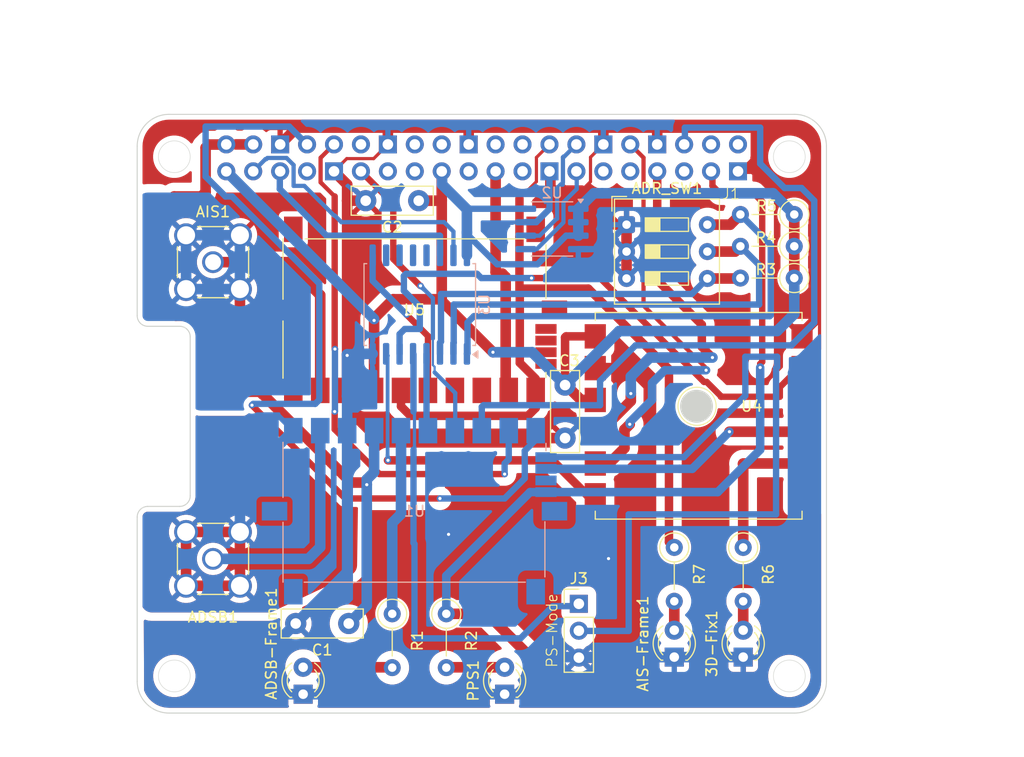
<source format=kicad_pcb>
(kicad_pcb (version 20241229) (generator "pcbnew") (generator_version "9.0")
  (layers (0 "F.Cu" signal) (2 "B.Cu" signal) (13 "F.Paste" user) (15 "B.Paste" user) (5 "F.SilkS" user "F.Silkscreen") (7 "B.SilkS" user "B.Silkscreen") (1 "F.Mask" user) (3 "B.Mask" user) (25 "Edge.Cuts" user))
  (net 0 "")
  (net 1 "GND")
  (net 3 "Net-(J1-BCM9_MISO)")
  (net 4 "Net-(J1-BCM0_ID_SD)")
  (net 6 "+5V")
  (net 9 "Net-(J1-BCM14_TXD)")
  (net 14 "+3.3V")
  (net 15 "Net-(J1-BCM12_PWM0)")
  (net 18 "Net-(J1-BCM17)")
  (net 19 "Net-(J1-BCM2_SDA)")
  (net 20 "Net-(J1-BCM7_CE1)")
  (net 21 "Net-(J1-BCM1_ID_SC)")
  (net 23 "Net-(J1-BCM16)")
  (net 24 "Net-(J1-BCM13_PWM1)")
  (net 26 "Net-(J1-BCM15_RXD)")
  (net 29 "Net-(J1-BCM3_SCL)")
  (net 31 "Net-(J3-Pin_1)")
  (net 32 "Net-(J3-Pin_2)")
  (net 33 "Net-(U1-F_ind)")
  (net 34 "Net-(U3-A2)")
  (net 35 "Net-(U3-A1)")
  (net 36 "Net-(U3-A0)")
  (net 37 "Net-(U4-3D-FIX)")
  (net 38 "Net-(U1-Reset)")
  (net 39 "Net-(U1-UART2_Rx)")
  (net 41 "Net-(U3-P4)")
  (net 43 "Net-(U3-P2)")
  (net 47 "Net-(U3-P3)")
  (net 55 "Net-(3D-Fix1-A)")
  (net 56 "Net-(ADSB-Frame1-A)")
  (net 57 "Net-(ADSB1-Ext)")
  (net 58 "Net-(ADSB1-In)")
  (net 59 "Net-(AIS-Frame1-A)")
  (net 60 "Net-(AIS1-Ext)")
  (net 61 "Net-(AIS1-In)")
  (net 62 "Net-(J1-BCM26)")
  (net 63 "Net-(PPS1-A)")
  (footprint "Connector_PinHeader_2.54mm:PinHeader_1x03_P2.54mm_Vertical" (layer "F.Cu") (at 137 113.7412)
    (property "Reference" "J3")
    (property "Value" "Conn_01x03_Pin")
  )
  (footprint "LED_THT:LED_D3.0mm" (layer "F.Cu") (at 130 122.27 90)
    (property "Reference" "PPS1")
    (property "Value" "PPS")
  )
  (footprint "rpi_hat:RPI_Hat_B+" (layer "F.Cu") (at 127.85 71.55)
    (property "Reference" "J1")
    (property "Value" "RPi_GPIO")
    (fp_line (start -32.5 -1) (end -32.5 15) (stroke (width 0.1)) (layer "Edge.Cuts"))
    (fp_line (start -32.5 34) (end -32.5 49.5) (stroke (width 0.1)) (layer "Edge.Cuts"))
    (fp_line (start -31.5 16) (end -28.5 16) (stroke (width 0.1)) (layer "Edge.Cuts"))
    (fp_line (start -31.5 33) (end -28.5 33) (stroke (width 0.1)) (layer "Edge.Cuts"))
    (fp_line (start -29.5 -4) (end 29.5 -4) (stroke (width 0.1)) (layer "Edge.Cuts"))
    (fp_line (start -29.5 52.5) (end 29.5 52.5) (stroke (width 0.1)) (layer "Edge.Cuts"))
    (fp_line (start -27.5 17) (end -27.5 32) (stroke (width 0.1)) (layer "Edge.Cuts"))
    (fp_line (start 32.5 -1) (end 32.5 49.5) (stroke (width 0.1)) (layer "Edge.Cuts"))
    (fp_arc (start -32.5 -1) (mid -31.62132 -3.12132) (end -29.5 -4) (stroke (width 0.1)) (layer "Edge.Cuts"))
    (fp_arc (start -32.5 34) (mid -32.207107 33.292893) (end -31.5 33) (stroke (width 0.1)) (layer "Edge.Cuts"))
    (fp_arc (start -31.5 16) (mid -32.207107 15.707107) (end -32.5 15) (stroke (width 0.1)) (layer "Edge.Cuts"))
    (fp_arc (start -29.5 52.5) (mid -31.62132 51.62132) (end -32.5 49.5) (stroke (width 0.1)) (layer "Edge.Cuts"))
    (fp_arc (start -28.5 16) (mid -27.792893 16.292893) (end -27.5 17) (stroke (width 0.1)) (layer "Edge.Cuts"))
    (fp_arc (start -27.5 32) (mid -27.792893 32.707107) (end -28.5 33) (stroke (width 0.1)) (layer "Edge.Cuts"))
    (fp_arc (start 29.5 -4) (mid 31.62132 -3.12132) (end 32.5 -1) (stroke (width 0.1)) (layer "Edge.Cuts"))
    (fp_arc (start 32.5 49.5) (mid 31.62132 51.62132) (end 29.5 52.5) (stroke (width 0.1)) (layer "Edge.Cuts"))
    (fp_circle (center -29 0) (end -30.500001 -0.000001) (stroke (width 0.05)) (fill no) (layer "Edge.Cuts"))
    (fp_circle (center -29 49) (end -30.500001 49.000001) (stroke (width 0.05)) (fill no) (layer "Edge.Cuts"))
    (fp_circle (center 29 0) (end 30.500001 -0.000001) (stroke (width 0.05)) (fill no) (layer "Edge.Cuts"))
    (fp_circle (center 29 49) (end 30.500001 49.000001) (stroke (width 0.05)) (fill no) (layer "Edge.Cuts"))
  )
  (footprint "LED_THT:LED_D3.0mm" (layer "F.Cu") (at 152.5 118.77 90)
    (property "Reference" "3D-Fix1")
    (property "Value" "3D Fix")
  )
  (footprint "GNS:GNS5851" (layer "F.Cu") (at 121.5 86)
    (property "Reference" "U5")
    (property "Value" "~")
  )
  (footprint "Capacitor_THT:C_Disc_D7.5mm_W2.5mm_P5.00mm" (layer "F.Cu") (at 135.7 93.1 -90)
    (property "Reference" "C3")
    (property "Value" "C")
  )
  (footprint "Connector_Coaxial:SMA_Amphenol_901-144_Vertical" (layer "F.Cu") (at 102.5 81.5)
    (property "Reference" "AIS1")
    (property "Value" "Conn_Coaxial_Small")
  )
  (footprint "LED_THT:LED_D3.0mm" (layer "F.Cu") (at 111 122.27 90)
    (property "Reference" "ADSB-Frame1")
    (property "Value" "ADSB-Frame")
  )
  (footprint "Resistor_THT:R_Axial_DIN0207_L6.3mm_D2.5mm_P5.08mm_Vertical" (layer "F.Cu") (at 157.315 80 180)
    (property "Reference" "R4")
    (property "Value" "R")
  )
  (footprint "Connector_Coaxial:SMA_Amphenol_901-144_Vertical" (layer "F.Cu") (at 102.5 109.5)
    (property "Reference" "ADSB1")
    (property "Value" "Conn_Coaxial_Small")
  )
  (footprint "Capacitor_THT:C_Disc_D7.5mm_W2.5mm_P5.00mm" (layer "F.Cu") (at 121.9 75.7 180)
    (property "Reference" "C2")
    (property "Value" "C")
  )
  (footprint "Button_Switch_THT:SW_DIP_SPSTx03_Slide_9.78x9.8mm_W7.62mm_P2.54mm" (layer "F.Cu") (at 141.5 77.96)
    (property "Reference" "ADR_SW1")
    (property "Value" "SW_DIP_x03")
  )
  (footprint "Resistor_THT:R_Axial_DIN0207_L6.3mm_D2.5mm_P5.08mm_Vertical" (layer "F.Cu") (at 124.5 114.685 -90)
    (property "Reference" "R2")
    (property "Value" "R")
  )
  (footprint "Resistor_THT:R_Axial_DIN0207_L6.3mm_D2.5mm_P5.08mm_Vertical" (layer "F.Cu") (at 157.315 77 180)
    (property "Reference" "R5")
    (property "Value" "R")
  )
  (footprint "Resistor_THT:R_Axial_DIN0207_L6.3mm_D2.5mm_P5.08mm_Vertical" (layer "F.Cu") (at 157.315 83 180)
    (property "Reference" "R3")
    (property "Value" "R")
  )
  (footprint "Capacitor_THT:C_Disc_D7.5mm_W2.5mm_P5.00mm" (layer "F.Cu") (at 115.3 115.6 180)
    (property "Reference" "C1")
    (property "Value" "C")
  )
  (footprint "GNS:GNS701" (layer "F.Cu") (at 148.3 96)
    (property "Reference" "U4")
    (property "Value" "~")
  )
  (footprint "Resistor_THT:R_Axial_DIN0207_L6.3mm_D2.5mm_P5.08mm_Vertical" (layer "F.Cu") (at 152.5 108.42 -90)
    (property "Reference" "R6")
    (property "Value" "R")
  )
  (footprint "LED_THT:LED_D3.0mm" (layer "F.Cu") (at 146 118.77 90)
    (property "Reference" "AIS-Frame1")
    (property "Value" "AIS-Frame")
  )
  (footprint "Resistor_THT:R_Axial_DIN0207_L6.3mm_D2.5mm_P5.08mm_Vertical" (layer "F.Cu") (at 146 108.42 -90)
    (property "Reference" "R7")
    (property "Value" "R")
  )
  (footprint "Resistor_THT:R_Axial_DIN0207_L6.3mm_D2.5mm_P5.08mm_Vertical" (layer "F.Cu") (at 119.4 114.685 -90)
    (property "Reference" "R1")
    (property "Value" "R")
  )
  (footprint "Package_SO:SOIC-8_3.9x4.9mm_P1.27mm" (layer "B.Cu") (at 134.475 78.365 180)
    (property "Reference" "U2")
    (property "Value" "CAT24C128")
  )
  (footprint "GNS:GNS5894T" (layer "B.Cu") (at 121.5 105)
    (property "Reference" "U1")
    (property "Value" "~")
  )
  (footprint "Package_SO:SOIC-16W_7.5x10.3mm_P1.27mm" (layer "B.Cu") (at 122 85.5 90)
    (property "Reference" "U3")
    (property "Value" "PCF8574AT")
  )
  (gr_circle (center 148.1 95.1) (end 148.1 93.6) (stroke (width 0.1)) (fill yes) (layer "Edge.Cuts"))
  (gr_text "PS-Mode" (at 135.0518 119.8372 90) (layer "F.SilkS") (effects (font (size 1 1) (thickness 0.1)) (justify left bottom)))
  (segment (start 158.05 88.2) (end 159.1564 87.0936) (width 1) (layer "F.Cu") (net 1))
  (segment (start 115.15 75.7) (end 115.15 90.3) (width 1) (layer "F.Cu") (net 1))
  (segment (start 141.5 77.96) (end 141.5 80.5) (width 1) (layer "F.Cu") (net 1))
  (segment (start 139.8 118.6) (end 139.5788 118.8212) (width 1) (layer "F.Cu") (net 1))
  (segment (start 134.3152 74.6506) (end 134.3152 73.0132) (width 1) (layer "F.Cu") (net 1))
  (segment (start 158.05 88.5) (end 158.05 88.2) (width 1) (layer "F.Cu") (net 1))
  (segment (start 153.7 68.8) (end 153.7 71.93695) (width 1) (layer "F.Cu") (net 1))
  (segment (start 137.25 74.75) (end 138.1 73.9) (width 0.3) (layer "F.Cu") (net 1))
  (segment (start 119 68.8) (end 110.418 68.8) (width 1) (layer "F.Cu") (net 1))
  (segment (start 154.348999 73.448999) (end 155.4 74.5) (width 1) (layer "F.Cu") (net 1))
  (segment (start 144.39 68.81) (end 144.4 68.8) (width 0.2) (layer "F.Cu") (net 1))
  (segment (start 140.46 77.96) (end 137.25 74.75) (width 1) (layer "F.Cu") (net 1))
  (segment (start 113.91 72.928) (end 115.15 74.168) (width 1) (layer "F.Cu") (net 1))
  (segment (start 153.6 72) (end 153.6 72.8) (width 1) (layer "F.Cu") (net 1))
  (segment (start 153.051001 72.585949) (end 153.7 71.93695) (width 1) (layer "F.Cu") (net 1))
  (segment (start 154.248999 73.448999) (end 154.348999 73.448999) (width 1) (layer "F.Cu") (net 1))
  (segment (start 155.4 74.5) (end 158 74.5) (width 1) (layer "F.Cu") (net 1))
  (segment (start 134.4146 74.75) (end 134.3152 74.6506) (width 0.2) (layer "F.Cu") (net 1))
  (segment (start 153.6 72.8) (end 154.248999 73.448999) (width 1) (layer "F.Cu") (net 1))
  (segment (start 139.3 68.8) (end 126.610324 68.8) (width 1) (layer "F.Cu") (net 1))
  (segment (start 139.8 109.474) (end 127 109.474) (width 1) (layer "F.Cu") (net 1))
  (segment (start 153.66305 71.93695) (end 153.6 72) (width 1) (layer "F.Cu") (net 1))
  (segment (start 126.61 70.388) (end 126.61 68.800324) (width 1) (layer "F.Cu") (net 1))
  (segment (start 118.99 68.81) (end 119 68.8) (width 0.2) (layer "F.Cu") (net 1))
  (segment (start 141.5 80.5) (end 141.5 83.04) (width 1) (layer "F.Cu") (net 1))
  (segment (start 138.1 71.598) (end 139.31 70.388) (width 0.3) (layer "F.Cu") (net 1))
  (segment (start 153.7 71.93695) (end 153.66305 71.93695) (width 1) (layer "F.Cu") (net 1))
  (segment (start 139.8 109.474) (end 139.8 118.6) (width 1) (layer "F.Cu") (net 1))
  (segment (start 139.5788 118.8212) (end 137 118.8212) (width 1) (layer "F.Cu") (net 1))
  (segment (start 116.9 75.7) (end 115.15 75.7) (width 1) (layer "F.Cu") (net 1))
  (segment (start 117.9882 98.1) (end 115.1636 95.2754) (width 1) (layer "F.Cu") (net 1))
  (segment (start 141.5 77.96) (end 140.46 77.96) (width 1) (layer "F.Cu") (net 1))
  (segment (start 143.6 93.2) (end 143.6 105.3) (width 1) (layer "F.Cu") (net 1))
  (segment (start 126.61 68.800324) (end 126.610324 68.8) (width 0.2) (layer "F.Cu") (net 1))
  (segment (start 139.31 70.388) (end 139.31 68.81) (width 1) (layer "F.Cu") (net 1))
  (segment (start 115.1636 95.2754) (end 115.1636 94.1832) (width 1) (layer "F.Cu") (net 1))
  (segment (start 138.55 91.5) (end 141.9 91.5) (width 1) (layer "F.Cu") (net 1))
  (segment (start 115.111 71.727) (end 117.651 71.727) (width 0.3) (layer "F.Cu") (net 1))
  (segment (start 159.1564 75.6564) (end 159.1564 87.0936) (width 1) (layer "F.Cu") (net 1))
  (segment (start 139.8 109.1) (end 139.8 109.474) (width 1) (layer "F.Cu") (net 1))
  (segment (start 113.91 72.928) (end 115.111 71.727) (width 0.3) (layer "F.Cu") (net 1))
  (segment (start 127 109.474) (end 124.714 107.188) (width 1) (layer "F.Cu") (net 1))
  (segment (start 137.25 74.75) (end 134.4146 74.75) (width 1) (layer "F.Cu") (net 1))
  (segment (start 144.4 68.8) (end 139.3 68.8) (width 1) (layer "F.Cu") (net 1))
  (segment (start 115.15 74.168) (end 115.15 75.7) (width 1) (layer "F.Cu") (net 1))
  (segment (start 118.99 70.388) (end 118.99 68.81) (width 1) (layer "F.Cu") (net 1))
  (segment (start 138.1 73.9) (end 138.1 71.598) (width 0.3) (layer "F.Cu") (net 1))
  (segment (start 143.6 105.3) (end 139.8 109.1) (width 1) (layer "F.Cu") (net 1))
  (segment (start 144.4 68.8) (end 153.7 68.8) (width 1) (layer "F.Cu") (net 1))
  (segment (start 110.418 68.8) (end 108.83 70.388) (width 1) (layer "F.Cu") (net 1))
  (segment (start 141.9 91.5) (end 143.6 93.2) (width 1) (layer "F.Cu") (net 1))
  (segment (start 117.651 71.727) (end 118.99 70.388) (width 0.3) (layer "F.Cu") (net 1))
  (segment (start 115.15 90.3) (end 115.15 93.6) (width 1) (layer "F.Cu") (net 1))
  (segment (start 139.31 68.81) (end 139.3 68.8) (width 0.2) (layer "F.Cu") (net 1))
  (segment (start 152.352051 72.585949) (end 153.051001 72.585949) (width 1) (layer "F.Cu") (net 1))
  (segment (start 144.39 70.388) (end 144.39 68.81) (width 1) (layer "F.Cu") (net 1))
  (segment (start 135.7 98.1) (end 117.9882 98.1) (width 1) (layer "F.Cu") (net 1))
  (segment (start 158 74.5) (end 159.1564 75.6564) (width 1) (layer "F.Cu") (net 1))
  (segment (start 126.610324 68.8) (end 119 68.8) (width 1) (layer "F.Cu") (net 1))
  (via (at 139.8 109.474) (size 0.6) (drill 0.3) (layers "F.Cu" "B.Cu") (net 1))
  (via (at 115.15 90.3) (size 0.6) (drill 0.3) (layers "F.Cu" "B.Cu") (net 1))
  (via (at 124.714 107.188) (size 0.6) (drill 0.3) (layers "F.Cu" "B.Cu") (net 1))
  (segment (start 136.95 80.27) (end 139.19 80.27) (width 0.6) (layer "B.Cu") (net 1))
  (segment (start 108.415 122.185) (end 108.4 122.2) (width 1) (layer "B.Cu") (net 1))
  (segment (start 116.7076 90.15) (end 116.6622 90.1954) (width 0.2) (layer "B.Cu") (net 1))
  (segment (start 108.4 122.2) (end 108.47 122.27) (width 1) (layer "B.Cu") (net 1))
  (segment (start 110.3 115.6) (end 108.4 117.5) (width 1) (layer "B.Cu") (net 1))
  (segment (start 115.1382 90.1954) (end 115.1382 94.1382) (width 1) (layer "B.Cu") (net 1))
  (segment (start 116.6622 90.1954) (end 115.1382 90.1954) (width 1) (layer "B.Cu") (net 1))
  (segment (start 139.19 80.27) (end 141.5 77.96) (width 0.6) (layer "B.Cu") (net 1))
  (segment (start 134.23 76.474999) (end 134.23 72.928) (width 0.6) (layer "B.Cu") (net 1))
  (segment (start 117.555 90.15) (end 116.7076 90.15) (width 1) (layer "B.Cu") (net 1))
  (segment (start 115.05 110.85) (end 110.3 115.6) (width 1) (layer "B.Cu") (net 1))
  (segment (start 115.1382 94.1382) (end 115.15 94.15) (width 1) (layer "B.Cu") (net 1))
  (segment (start 132 77.73) (end 132.974999 77.73) (width 0.6) (layer "B.Cu") (net 1))
  (segment (start 108.47 122.27) (end 111 122.27) (width 1) (layer "B.Cu") (net 1))
  (segment (start 132.974999 77.73) (end 134.23 76.474999) (width 0.6) (layer "B.Cu") (net 1))
  (segment (start 108.415 119.685) (end 108.415 122.185) (width 1) (layer "B.Cu") (net 1))
  (segment (start 131.23 122.27) (end 134.73 118.77) (width 1) (layer "B.Cu") (net 1))
  (segment (start 108.4 119.67) (end 108.415 119.685) (width 1) (layer "B.Cu") (net 1))
  (segment (start 115.15 97.4) (end 115.15 110.85) (width 1) (layer "B.Cu") (net 1))
  (segment (start 137 118.8212) (end 140.4488 118.8212) (width 1) (layer "B.Cu") (net 1))
  (segment (start 134.73 118.77) (end 140.5 118.77) (width 1) (layer "B.Cu") (net 1))
  (segment (start 111 122.27) (end 130 122.27) (width 1) (layer "B.Cu") (net 1))
  (segment (start 115.15 110.85) (end 115.05 110.85) (width 1) (layer "B.Cu") (net 1))
  (segment (start 108.4 117.5) (end 108.4 119.67) (width 1) (layer "B.Cu") (net 1))
  (segment (start 115.15 94.15) (end 115.15 97.4) (width 1) (layer "B.Cu") (net 1))
  (segment (start 140.4488 118.8212) (end 140.5 118.77) (width 1) (layer "B.Cu") (net 1))
  (segment (start 140.5 118.77) (end 152.5 118.77) (width 1) (layer "B.Cu") (net 1))
  (segment (start 130 122.27) (end 131.23 122.27) (width 1) (layer "B.Cu") (net 1))
  (segment (start 129.785372 82.585372) (end 129.271 82.585372) (width 1) (layer "F.Cu") (net 3))
  (segment (start 129.271 82.585372) (end 129.15 82.464372) (width 1) (layer "F.Cu") (net 3))
  (segment (start 130.1 82.9) (end 129.785372 82.585372) (width 1) (layer "F.Cu") (net 3))
  (segment (start 129.15 82.464372) (end 129.15 72.928) (width 1) (layer "F.Cu") (net 3))
  (segment (start 130.1 93.31) (end 130.1 82.9) (width 1) (layer "F.Cu") (net 3))
  (segment (start 135.55 75.85) (end 135.55 77.65) (width 0.4) (layer "B.Cu") (net 4))
  (segment (start 136.8 74.6) (end 135.55 75.85) (width 0.4) (layer "B.Cu") (net 4))
  (segment (start 136.8 72.958) (end 136.8 74.6) (width 0.4) (layer "B.Cu") (net 4))
  (segment (start 133.03 80.27) (end 135.55 77.75) (width 0.4) (layer "B.Cu") (net 4))
  (segment (start 136.77 72.928) (end 136.8 72.958) (width 0.4) (layer "B.Cu") (net 4))
  (segment (start 132 80.27) (end 133.03 80.27) (width 0.2) (layer "B.Cu") (net 4))
  (segment (start 101.2952 86.614) (end 99.892909 86.614) (width 1) (layer "F.Cu") (net 6))
  (segment (start 116.7 102.3) (end 115.5334 102.3) (width 1) (layer "F.Cu") (net 6))
  (segment (start 117 102.5) (end 116.9 102.5) (width 1) (layer "F.Cu") (net 6))
  (segment (start 101.854 93.726) (end 101.854 87.1728) (width 1) (layer "F.Cu") (net 6))
  (segment (start 98.995 86.549) (end 97.5 85.054) (width 1) (layer "F.Cu") (net 6))
  (segment (start 115.5334 102.3) (end 107.2134 93.98) (width 1) (layer "F.Cu") (net 6))
  (segment (start 101.4 75.3) (end 101.8 74.9) (width 1) (layer "F.Cu") (net 6))
  (segment (start 97.5 85.054) (end 97.5 76.638) (width 1) (layer "F.Cu") (net 6))
  (segment (start 106.934 93.726) (end 101.854 93.726) (width 1) (layer "F.Cu") (net 6))
  (segment (start 101.8 70.7) (end 102.1 70.4) (width 1) (layer "F.Cu") (net 6))
  (segment (start 107.2134 93.98) (end 107.188 93.98) (width 1) (layer "F.Cu") (net 6))
  (segment (start 103.738 70.4) (end 103.75 70.388) (width 1) (layer "F.Cu") (net 6))
  (segment (start 102.1 70.4) (end 103.738 70.4) (width 1) (layer "F.Cu") (net 6))
  (segment (start 98.838 75.3) (end 101.4 75.3) (width 1) (layer "F.Cu") (net 6))
  (segment (start 116.9 102.5) (end 116.7 102.3) (width 1) (layer "F.Cu") (net 6))
  (segment (start 101.8 74.9) (end 101.8 70.7) (width 1) (layer "F.Cu") (net 6))
  (segment (start 104.66224 70.388) (end 103.75 70.388) (width 0.2) (layer "F.Cu") (net 6))
  (segment (start 99.892909 86.614) (end 99.784881 86.569253) (width 1) (layer "F.Cu") (net 6))
  (segment (start 97.5 76.638) (end 98.838 75.3) (width 1) (layer "F.Cu") (net 6))
  (segment (start 101.854 87.1728) (end 101.2952 86.614) (width 1) (layer "F.Cu") (net 6))
  (segment (start 99.764628 86.549) (end 98.995 86.549) (width 1) (layer "F.Cu") (net 6))
  (segment (start 106.29 70.388) (end 104.66224 70.388) (width 1) (layer "F.Cu") (net 6))
  (segment (start 107.188 93.98) (end 106.934 93.726) (width 1) (layer "F.Cu") (net 6))
  (segment (start 99.784881 86.569253) (end 99.764628 86.549) (width 1) (layer "F.Cu") (net 6))
  (via (at 117 102.5) (size 0.6) (drill 0.3) (layers "F.Cu" "B.Cu") (net 6))
  (segment (start 117 102.5) (end 117 113.9) (width 1) (layer "B.Cu") (net 6))
  (segment (start 117 113.9) (end 115.3 115.6) (width 1) (layer "B.Cu") (net 6))
  (segment (start 117 102.5) (end 117 102) (width 1) (layer "B.Cu") (net 6))
  (segment (start 117 102) (end 117.69 101.31) (width 1) (layer "B.Cu") (net 6))
  (segment (start 117.69 101.31) (end 117.69 97.4) (width 1) (layer "B.Cu") (net 6))
  (segment (start 114.976 103.8) (end 123.9 103.8) (width 0.6) (layer "F.Cu") (net 9))
  (segment (start 106.172 94.996) (end 114.976 103.8) (width 0.6) (layer "F.Cu") (net 9))
  (via (at 106.172 94.996) (size 0.6) (drill 0.3) (layers "F.Cu" "B.Cu") (net 9))
  (via (at 123.9 103.8) (size 0.6) (drill 0.3) (layers "F.Cu" "B.Cu") (net 9))
  (segment (start 104.3 75.3) (end 103.679512 75.3) (width 0.6) (layer "B.Cu") (net 9))
  (segment (start 109.682 68.7) (end 111.37 70.388) (width 0.6) (layer "B.Cu") (net 9))
  (segment (start 123.9 103.8) (end 130 103.8) (width 0.6) (layer "B.Cu") (net 9))
  (segment (start 132.93 98.27) (end 132.93 97.4) (width 0.6) (layer "B.Cu") (net 9))
  (segment (start 131.9 101.9) (end 131.9 99.3) (width 0.6) (layer "B.Cu") (net 9))
  (segment (start 112.522 83.522) (end 104.3 75.3) (width 0.6) (layer "B.Cu") (net 9))
  (segment (start 112.522 94.488) (end 112.522 83.522) (width 0.6) (layer "B.Cu") (net 9))
  (segment (start 101.8 73.420488) (end 101.8 68.7) (width 0.6) (layer "B.Cu") (net 9))
  (segment (start 106.172 94.996) (end 106.299 94.869) (width 0.6) (layer "B.Cu") (net 9))
  (segment (start 112.141 94.869) (end 112.522 94.488) (width 0.6) (layer "B.Cu") (net 9))
  (segment (start 103.679512 75.3) (end 101.8 73.420488) (width 0.6) (layer "B.Cu") (net 9))
  (segment (start 101.8 68.7) (end 109.682 68.7) (width 0.6) (layer "B.Cu") (net 9))
  (segment (start 131.9 99.3) (end 132.93 98.27) (width 0.6) (layer "B.Cu") (net 9))
  (segment (start 130 103.8) (end 131.9 101.9) (width 0.6) (layer "B.Cu") (net 9))
  (segment (start 106.299 94.869) (end 112.141 94.869) (width 0.6) (layer "B.Cu") (net 9))
  (segment (start 121.9 75.7) (end 124.07 75.7) (width 1) (layer "F.Cu") (net 14))
  (segment (start 124 85.1) (end 124 85) (width 0.4) (layer "F.Cu") (net 14))
  (segment (start 124.07 75.7) (end 124.07 72.928) (width 1) (layer "F.Cu") (net 14))
  (segment (start 135.8 93.1) (end 135.7 93.1) (width 1) (layer "F.Cu") (net 14))
  (segment (start 124 85) (end 124.07 84.93) (width 1) (layer "F.Cu") (net 14))
  (segment (start 128.9 90) (end 124 85.1) (width 1) (layer "F.Cu") (net 14))
  (segment (start 117.69 86.81) (end 119.5 85) (width 1) (layer "F.Cu") (net 14))
  (segment (start 137.2 94.5) (end 135.8 93.1) (width 1) (layer "F.Cu") (net 14))
  (segment (start 117.69 93.6) (end 117.69 87) (width 1) (layer "F.Cu") (net 14))
  (segment (start 135.7 93.1) (end 135.7 88.6) (width 0.8) (layer "F.Cu") (net 14))
  (segment (start 119.5 85) (end 124 85) (width 1) (layer "F.Cu") (net 14))
  (segment (start 157.315 80) (end 157.315 83) (width 1) (layer "F.Cu") (net 14))
  (segment (start 135.7 88.6) (end 135.8 88.5) (width 0.8) (layer "F.Cu") (net 14))
  (segment (start 135.8 88.5) (end 138.25 88.5) (width 0.8) (layer "F.Cu") (net 14))
  (segment (start 135.3 93.5) (end 135.7 93.1) (width 0.4) (layer "F.Cu") (net 14))
  (segment (start 117.69 87) (end 117.69 86.81) (width 0.2) (layer "F.Cu") (net 14))
  (segment (start 124.07 84.93) (end 124.07 75.7) (width 1) (layer "F.Cu") (net 14))
  (segment (start 138.25 94.5) (end 137.2 94.5) (width 1) (layer "F.Cu") (net 14))
  (segment (start 157.315 77) (end 157.315 80) (width 1) (layer "F.Cu") (net 14))
  (via (at 117.69 87) (size 0.6) (drill 0.3) (layers "F.Cu" "B.Cu") (net 14))
  (via (at 128.9 90) (size 0.6) (drill 0.3) (layers "F.Cu" "B.Cu") (net 14))
  (segment (start 136.95 76.46) (end 136.95 77.73) (width 0.2) (layer "B.Cu") (net 14))
  (segment (start 126.445 76.515) (end 126.5 76.46) (width 0.2) (layer "B.Cu") (net 14))
  (segment (start 136.95 79) (end 135.8 79) (width 0.6) (layer "B.Cu") (net 14))
  (segment (start 155.7 88) (end 140.8 88) (width 1) (layer "B.Cu") (net 14))
  (segment (start 136.95 79) (end 136.95 76.46) (width 1) (layer "B.Cu") (net 14))
  (segment (start 117.69 86.868) (end 117.69 87) (width 0.2) (layer "B.Cu") (net 14))
  (segment (start 124.1 74.17) (end 124.1 72.958) (width 1) (layer "B.Cu") (net 14))
  (segment (start 138.41 75) (end 139.2 75) (width 1) (layer "B.Cu") (net 14))
  (segment (start 157.315 86.385) (end 155.7 88) (width 1) (layer "B.Cu") (net 14))
  (segment (start 126.445 76.515) (end 124.1 74.17) (width 1) (layer "B.Cu") (net 14))
  (segment (start 103.75 72.928) (end 117.69 86.868) (width 1) (layer "B.Cu") (net 14))
  (segment (start 126.445 80.85) (end 126.445 78.7) (width 1) (layer "B.Cu") (net 14))
  (segment (start 124.1 72.958) (end 124.07 72.928) (width 1) (layer "B.Cu") (net 14))
  (segment (start 157.315 83) (end 157.315 86.385) (width 1) (layer "B.Cu") (net 14))
  (segment (start 140.8 88) (end 135.7 93.1) (width 1) (layer "B.Cu") (net 14))
  (segment (start 126.445 78.85) (end 126.445 78.7) (width 0.6) (layer "B.Cu") (net 14))
  (segment (start 133.1 81.7) (end 129.295 81.7) (width 0.6) (layer "B.Cu") (net 14))
  (segment (start 139.2 75) (end 155.315 75) (width 1) (layer "B.Cu") (net 14))
  (segment (start 136.95 79) (end 136.95 77.73) (width 0.2) (layer "B.Cu") (net 14))
  (segment (start 126.445 78.7) (end 126.445 76.515) (width 1) (layer "B.Cu") (net 14))
  (segment (start 129.295 81.7) (end 126.445 78.85) (width 0.6) (layer "B.Cu") (net 14))
  (segment (start 132 76.46) (end 126.5 76.46) (width 0.6) (layer "B.Cu") (net 14))
  (segment (start 136.95 76.46) (end 138.41 75) (width 1) (layer "B.Cu") (net 14))
  (segment (start 155.315 75) (end 157.315 77) (width 1) (layer "B.Cu") (net 14))
  (segment (start 128.9 90) (end 132.6 90) (width 1) (layer "B.Cu") (net 14))
  (segment (start 132.6 90) (end 135.7 93.1) (width 1) (layer "B.Cu") (net 14))
  (segment (start 135.8 79) (end 133.1 81.7) (width 0.6) (layer "B.Cu") (net 14))
  (segment (start 139.852058 100.5) (end 138.25 100.5) (width 1) (layer "F.Cu") (net 15))
  (segment (start 143.1 71.638) (end 141.85 70.388) (width 0.4) (layer "F.Cu") (net 15))
  (segment (start 141.3 99.052058) (end 139.852058 100.5) (width 1) (layer "F.Cu") (net 15))
  (segment (start 141.3 97.3) (end 141.3 99.052058) (width 1) (layer "F.Cu") (net 15))
  (segment (start 149 91.5) (end 143.1 85.6) (width 0.4) (layer "F.Cu") (net 15))
  (segment (start 149 91.7) (end 149 91.5) (width 0.4) (layer "F.Cu") (net 15))
  (segment (start 141.8 96.8) (end 141.3 97.3) (width 1) (layer "F.Cu") (net 15))
  (segment (start 143.1 85.6) (end 143.1 71.638) (width 0.4) (layer "F.Cu") (net 15))
  (via (at 149 91.7) (size 0.6) (drill 0.3) (layers "F.Cu" "B.Cu") (net 15))
  (via (at 141.8 96.8) (size 0.6) (drill 0.3) (layers "F.Cu" "B.Cu") (net 15))
  (segment (start 143.9 94.5) (end 141.8 96.6) (width 0.8) (layer "B.Cu") (net 15))
  (segment (start 145.1 91.7) (end 143.9 92.9) (width 0.8) (layer "B.Cu") (net 15))
  (segment (start 149 91.7) (end 145.1 91.7) (width 0.8) (layer "B.Cu") (net 15))
  (segment (start 141.8 96.6) (end 141.8 96.8) (width 0.8) (layer "B.Cu") (net 15))
  (segment (start 143.9 92.9) (end 143.9 94.5) (width 0.8) (layer "B.Cu") (net 15))
  (segment (start 122.068 83.732) (end 122.032 83.732) (width 0.6) (layer "F.Cu") (net 18))
  (segment (start 119.5 81.2) (end 119.5 75.978) (width 0.6) (layer "F.Cu") (net 18))
  (segment (start 122.032 83.732) (end 119.5 81.2) (width 0.6) (layer "F.Cu") (net 18))
  (segment (start 119.5 75.978) (end 116.45 72.928) (width 0.6) (layer "F.Cu") (net 18))
  (via (at 122.068 83.732) (size 0.6) (drill 0.3) (layers "F.Cu" "B.Cu") (net 18))
  (segment (start 123.236 91.215968) (end 123.4 91.379968) (width 0.2) (layer "B.Cu") (net 18))
  (segment (start 125.341408 93.865308) (end 125.31 93.8339) (width 0.4) (layer "B.Cu") (net 18))
  (segment (start 123.4 91.9) (end 125.3339 93.8339) (width 0.4) (layer "B.Cu") (net 18))
  (segment (start 123.236 88.7) (end 123.236 84.9) (width 0.4) (layer "B.Cu") (net 18))
  (segment (start 123.236 88.7) (end 123.236 91.215968) (width 0.2) (layer "B.Cu") (net 18))
  (segment (start 123.236 84.9) (end 122.068 83.732) (width 0.4) (layer "B.Cu") (net 18))
  (segment (start 125.31 97.4) (end 125.341408 97.368592) (width 0.4) (layer "B.Cu") (net 18))
  (segment (start 125.3339 93.8339) (end 125.31 93.8339) (width 0.2) (layer "B.Cu") (net 18))
  (segment (start 123.4 91.379968) (end 123.4 91.9) (width 0.2) (layer "B.Cu") (net 18))
  (segment (start 125.341408 97.368592) (end 125.341408 93.865308) (width 0.4) (layer "B.Cu") (net 18))
  (segment (start 125.175 78.6079) (end 125.175 80.85) (width 0.4) (layer "B.Cu") (net 19))
  (segment (start 110.1 74.3) (end 111.11424 74.3) (width 0.4) (layer "B.Cu") (net 19))
  (segment (start 107.635201 71.664799) (end 109.432559 71.664799) (width 0.4) (layer "B.Cu") (net 19))
  (segment (start 114.6048 77.724) (end 124.2911 77.724) (width 0.4) (layer "B.Cu") (net 19))
  (segment (start 110.1 72.33224) (end 110.1 74.3) (width 0.4) (layer "B.Cu") (net 19))
  (segment (start 106.29 72.928) (end 107.441 71.777) (width 0.4) (layer "B.Cu") (net 19))
  (segment (start 107.441 71.777) (end 107.523 71.777) (width 0.4) (layer "B.Cu") (net 19))
  (segment (start 113.91324 77.099) (end 113.9798 77.099) (width 0.4) (layer "B.Cu") (net 19))
  (segment (start 107.523 71.777) (end 107.635201 71.664799) (width 0.4) (layer "B.Cu") (net 19))
  (segment (start 109.432559 71.664799) (end 110.1 72.33224) (width 0.4) (layer "B.Cu") (net 19))
  (segment (start 124.2911 77.724) (end 125.175 78.6079) (width 0.4) (layer "B.Cu") (net 19))
  (segment (start 113.9798 77.099) (end 114.6048 77.724) (width 0.4) (layer "B.Cu") (net 19))
  (segment (start 111.11424 74.3) (end 113.91324 77.099) (width 0.4) (layer "B.Cu") (net 19))
  (segment (start 133 71.618) (end 133 73.9) (width 0.3) (layer "F.Cu") (net 20))
  (segment (start 131.4 79.098) (end 131.399 79.099) (width 0.2) (layer "F.Cu") (net 20))
  (segment (start 131.399 84.536) (end 131.4315 84.5685) (width 0.2) (layer "F.Cu") (net 20))
  (segment (start 131.4315 84.5685) (end 131.4315 84.0675) (width 0.8) (layer "F.Cu") (net 20))
  (segment (start 132.93 95.2636) (end 132.93 93.6) (width 0.8) (layer "F.Cu") (net 20))
  (segment (start 131.399 79.099) (end 131.399 84.536) (width 0.8) (layer "F.Cu") (net 20))
  (segment (start 131.4315 91.0015) (end 131.4315 84.5685) (width 0.8) (layer "F.Cu") (net 20))
  (segment (start 145.5 91.6) (end 145.5 107.92) (width 0.8) (layer "F.Cu") (net 20))
  (segment (start 132.93 92.5) (end 131.4315 91.0015) (width 0.8) (layer "F.Cu") (net 20))
  (segment (start 131.4 75.5) (end 131.4 79.098) (width 0.8) (layer "F.Cu") (net 20))
  (segment (start 133 73.9) (end 131.4 75.5) (width 0.3) (layer "F.Cu") (net 20))
  (segment (start 132.1936 96) (end 132.93 95.2636) (width 0.8) (layer "F.Cu") (net 20))
  (segment (start 137.9 84) (end 145.5 91.6) (width 0.8) (layer "F.Cu") (net 20))
  (segment (start 120.23 93.6) (end 120.23 95.1094) (width 0.8) (layer "F.Cu") (net 20))
  (segment (start 134.23 70.388) (end 133 71.618) (width 0.3) (layer "F.Cu") (net 20))
  (segment (start 121.1206 96) (end 132.1936 96) (width 0.8) (layer "F.Cu") (net 20))
  (segment (start 131.499 84) (end 137.9 84) (width 0.8) (layer "F.Cu") (net 20))
  (segment (start 145.5 107.92) (end 146 108.42) (width 0.8) (layer "F.Cu") (net 20))
  (segment (start 131.4315 84.0675) (end 131.499 84) (width 0.2) (layer "F.Cu") (net 20))
  (segment (start 120.23 95.1094) (end 121.1206 96) (width 0.8) (layer "F.Cu") (net 20))
  (segment (start 133.3 79) (end 132 79) (width 0.4) (layer "B.Cu") (net 21))
  (segment (start 136.77 70.388) (end 135.619 71.539) (width 0.4) (layer "B.Cu") (net 21))
  (segment (start 135.5 73.96) (end 135.481 73.979) (width 0.4) (layer "B.Cu") (net 21))
  (segment (start 134.9 77.4) (end 133.3 79) (width 0.4) (layer "B.Cu") (net 21))
  (segment (start 134.949 74.511) (end 134.949 77.4) (width 0.4) (layer "B.Cu") (net 21))
  (segment (start 135.5 71.6) (end 135.5 73.96) (width 0.4) (layer "B.Cu") (net 21))
  (segment (start 134.949 77.4) (end 134.9 77.4) (width 0.4) (layer "B.Cu") (net 21))
  (segment (start 135.619 71.539) (end 135.561 71.539) (width 0.4) (layer "B.Cu") (net 21))
  (segment (start 135.481 74.179) (end 135.281 74.179) (width 0.4) (layer "B.Cu") (net 21))
  (segment (start 135.561 71.539) (end 135.5 71.6) (width 0.4) (layer "B.Cu") (net 21))
  (segment (start 135.281 74.179) (end 134.949 74.511) (width 0.4) (layer "B.Cu") (net 21))
  (segment (start 135.481 73.979) (end 135.481 74.179) (width 0.4) (layer "B.Cu") (net 21))
  (segment (start 154.1 68.8) (end 147 68.8) (width 0.6) (layer "B.Cu") (net 23))
  (segment (start 139 95) (end 139 92.7) (width 0.6) (layer "B.Cu") (net 23))
  (segment (start 142.35 89.35) (end 157.05 89.35) (width 0.6) (layer "B.Cu") (net 23))
  (segment (start 159.2 87.2) (end 159.2 75.7) (width 0.6) (layer "B.Cu") (net 23))
  (segment (start 157.05 89.35) (end 159.2 87.2) (width 0.6) (layer "B.Cu") (net 23))
  (segment (start 128 95) (end 139 95) (width 0.6) (layer "B.Cu") (net 23))
  (segment (start 147 68.8) (end 147 70.318) (width 0.6) (layer "B.Cu") (net 23))
  (segment (start 127.85 97.4) (end 127.85 95.15) (width 0.6) (layer "B.Cu") (net 23))
  (segment (start 158 74.5) (end 156.4 74.5) (width 0.6) (layer "B.Cu") (net 23))
  (segment (start 159.2 75.7) (end 158 74.5) (width 0.6) (layer "B.Cu") (net 23))
  (segment (start 154.1 72.2) (end 154.1 68.8) (width 0.6) (layer "B.Cu") (net 23))
  (segment (start 127.85 95.15) (end 128 95) (width 0.6) (layer "B.Cu") (net 23))
  (segment (start 147 70.318) (end 146.93 70.388) (width 0.6) (layer "B.Cu") (net 23))
  (segment (start 156.4 74.5) (end 154.1 72.2) (width 0.6) (layer "B.Cu") (net 23))
  (segment (start 139 92.7) (end 142.35 89.35) (width 0.6) (layer "B.Cu") (net 23))
  (segment (start 148.6 87.4) (end 144.39 83.19) (width 0.8) (layer "F.Cu") (net 24))
  (segment (start 141.9 93.9) (end 141.9 94.6) (width 1) (layer "F.Cu") (net 24))
  (segment (start 149.6 90.5) (end 148.6 89.5) (width 0.8) (layer "F.Cu") (net 24))
  (segment (start 144.39 83.19) (end 144.39 72.928) (width 0.8) (layer "F.Cu") (net 24))
  (segment (start 148.6 89.5) (end 148.6 87.4) (width 0.8) (layer "F.Cu") (net 24))
  (segment (start 141.9 94.6) (end 139 97.5) (width 1) (layer "F.Cu") (net 24))
  (segment (start 139 97.5) (end 138.55 97.5) (width 1) (layer "F.Cu") (net 24))
  (via (at 141.9 93.9) (size 0.6) (drill 0.3) (layers "F.Cu" "B.Cu") (net 24))
  (via (at 149.6 90.5) (size 0.6) (drill 0.3) (layers "F.Cu" "B.Cu") (net 24))
  (segment (start 149.6 90.5) (end 143.7 90.5) (width 1) (layer "B.Cu") (net 24))
  (segment (start 141.9 92.3) (end 141.9 93.9) (width 1) (layer "B.Cu") (net 24))
  (segment (start 143.7 90.5) (end 141.9 92.3) (width 1) (layer "B.Cu") (net 24))
  (segment (start 113.91 70.388) (end 112.759 71.539) (width 0.4) (layer "F.Cu") (net 26))
  (segment (start 112.759 71.539) (end 112.644666 71.653334) (width 0.4) (layer "F.Cu") (net 26))
  (segment (start 113.974 75.294) (end 113.974 89.7) (width 0.6) (layer "F.Cu") (net 26))
  (segment (start 113.974 95.6) (end 113.974 97.274) (width 0.6) (layer "F.Cu") (net 26))
  (segment (start 113.974 89.7) (end 114 89.7) (width 0.6) (layer "F.Cu") (net 26))
  (segment (start 113.974 97.274) (end 118.2 101.5) (width 0.6) (layer "F.Cu") (net 26))
  (segment (start 112.644666 71.653334) (end 112.644666 73.964666) (width 0.4) (layer "F.Cu") (net 26))
  (segment (start 118.2 101.5) (end 130 101.5) (width 0.6) (layer "F.Cu") (net 26))
  (segment (start 112.644666 73.964666) (end 112.759 74.079) (width 0.4) (layer "F.Cu") (net 26))
  (segment (start 112.759 74.079) (end 113.974 75.294) (width 0.4) (layer "F.Cu") (net 26))
  (via (at 130 101.5) (size 0.6) (drill 0.3) (layers "F.Cu" "B.Cu") (net 26))
  (via (at 113.974 95.6) (size 0.6) (drill 0.3) (layers "F.Cu" "B.Cu") (net 26))
  (via (at 114 89.7) (size 0.6) (drill 0.3) (layers "F.Cu" "B.Cu") (net 26))
  (segment (start 114 89.7) (end 114 95.574) (width 0.6) (layer "B.Cu") (net 26))
  (segment (start 130 101.5) (end 130 100.5) (width 0.6) (layer "B.Cu") (net 26))
  (segment (start 130 100.5) (end 130.39 100.11) (width 0.6) (layer "B.Cu") (net 26))
  (segment (start 130.39 100.11) (end 130.39 97.4) (width 0.6) (layer "B.Cu") (net 26))
  (segment (start 114 95.574) (end 113.974 95.6) (width 0.6) (layer "B.Cu") (net 26))
  (segment (start 113.2 79) (end 123.8818 79) (width 0.6) (layer "B.Cu") (net 29))
  (segment (start 108.83 72.928) (end 108.8 72.958) (width 0.6) (layer "B.Cu") (net 29))
  (segment (start 123.905 79.0232) (end 123.905 80.85) (width 0.6) (layer "B.Cu") (net 29))
  (segment (start 108.8 74.6) (end 113.2 79) (width 0.6) (layer "B.Cu") (net 29))
  (segment (start 123.8818 79) (end 123.905 79.0232) (width 0.6) (layer "B.Cu") (net 29))
  (segment (start 108.8 72.958) (end 108.8 74.6) (width 0.6) (layer "B.Cu") (net 29))
  (segment (start 134.54 113.96) (end 137 113.96) (width 0.6) (layer "B.Cu") (net 31))
  (segment (start 131.5 117) (end 134.54 113.96) (width 0.6) (layer "B.Cu") (net 31))
  (segment (start 121.406 99.1) (end 121.5 99.006) (width 0.4) (layer "B.Cu") (net 31))
  (segment (start 121.406 90.191) (end 121.406 95.6) (width 0.6) (layer "B.Cu") (net 31))
  (segment (start 121.5 108.094) (end 121.5 117) (width 0.6) (layer "B.Cu") (net 31))
  (segment (start 121.5 99.006) (end 121.5 95.694) (width 0.3) (layer "B.Cu") (net 31))
  (segment (start 121.406 108) (end 121.5 108.094) (width 0.6) (layer "B.Cu") (net 31))
  (segment (start 121.5 95.694) (end 121.406 95.6) (width 0.3) (layer "B.Cu") (net 31))
  (segment (start 121.5 117) (end 131.5 117) (width 0.6) (layer "B.Cu") (net 31))
  (segment (start 121.406 99.2) (end 121.406 108) (width 0.6) (layer "B.Cu") (net 31))
  (segment (start 141.7 105.3) (end 141.7 116.3) (width 0.6) (layer "B.Cu") (net 32))
  (segment (start 152.7 90.424) (end 155.702 90.424) (width 0.6) (layer "B.Cu") (net 32))
  (segment (start 146.9 99.9) (end 152.7 94.1) (width 0.6) (layer "B.Cu") (net 32))
  (segment (start 155.702 91.398) (end 155.6 91.5) (width 0.6) (layer "B.Cu") (net 32))
  (segment (start 155.702 90.424) (end 155.702 91.398) (width 0.6) (layer "B.Cu") (net 32))
  (segment (start 152.7 94.1) (end 152.7 90.424) (width 0.6) (layer "B.Cu") (net 32))
  (segment (start 141.7 116.3) (end 137.0188 116.3) (width 0.6) (layer "B.Cu") (net 32))
  (segment (start 155.6 91.5) (end 155.6 105.3) (width 0.6) (layer "B.Cu") (net 32))
  (segment (start 133.9 99.9) (end 146.9 99.9) (width 0.6) (layer "B.Cu") (net 32))
  (segment (start 155.6 105.3) (end 141.7 105.3) (width 0.6) (layer "B.Cu") (net 32))
  (segment (start 137.0188 116.3) (end 137 116.2812) (width 0.6) (layer "B.Cu") (net 32))
  (segment (start 119.4 106.1) (end 119.4 114.685) (width 1) (layer "B.Cu") (net 33))
  (segment (start 120.23 97.4) (end 120.23 105.27) (width 1) (layer "B.Cu") (net 33))
  (segment (start 120.23 105.27) (end 119.4 106.1) (width 1) (layer "B.Cu") (net 33))
  (segment (start 149.12 83.04) (end 152.195 83.04) (width 1) (layer "F.Cu") (net 34))
  (segment (start 123.905 90.15) (end 123.905 89.095) (width 0.6) (layer "B.Cu") (net 34))
  (segment (start 124 89) (end 124 84.5) (width 0.6) (layer "B.Cu") (net 34))
  (segment (start 123.905 89.095) (end 124 89) (width 0.6) (layer "B.Cu") (net 34))
  (segment (start 147.66 84.5) (end 149.12 83.04) (width 0.6) (layer "B.Cu") (net 34))
  (segment (start 124 84.5) (end 147.66 84.5) (width 0.6) (layer "B.Cu") (net 34))
  (segment (start 151.735 80.5) (end 152.235 80) (width 1) (layer "F.Cu") (net 35))
  (segment (start 149.12 80.5) (end 151.735 80.5) (width 1) (layer "F.Cu") (net 35))
  (segment (start 125.175 89.125001) (end 125.2 89.100001) (width 0.6) (layer "B.Cu") (net 35))
  (segment (start 154 85.5) (end 154 81.765) (width 0.6) (layer "B.Cu") (net 35))
  (segment (start 125.175 90.15) (end 125.175 89.125001) (width 0.6) (layer "B.Cu") (net 35))
  (segment (start 125.2 85.5) (end 154 85.5) (width 0.6) (layer "B.Cu") (net 35))
  (segment (start 154 81.765) (end 152.235 80) (width 0.6) (layer "B.Cu") (net 35))
  (segment (start 125.2 89.100001) (end 125.2 85.5) (width 0.6) (layer "B.Cu") (net 35))
  (segment (start 149.12 77.96) (end 151.275 77.96) (width 1) (layer "F.Cu") (net 36))
  (segment (start 151.275 77.96) (end 152.235 77) (width 1) (layer "F.Cu") (net 36))
  (segment (start 127.1 86.6) (end 155 86.6) (width 0.6) (layer "B.Cu") (net 36))
  (segment (start 126.5 90.095) (end 126.5 87.2) (width 0.6) (layer "B.Cu") (net 36))
  (segment (start 126.445 90.15) (end 126.5 90.095) (width 0.6) (layer "B.Cu") (net 36))
  (segment (start 155.1 86.5) (end 155.1 79.865) (width 0.6) (layer "B.Cu") (net 36))
  (segment (start 155.1 79.865) (end 152.235 77) (width 0.6) (layer "B.Cu") (net 36))
  (segment (start 155 86.6) (end 155.1 86.5) (width 0.6) (layer "B.Cu") (net 36))
  (segment (start 126.5 87.2) (end 127.1 86.6) (width 0.6) (layer "B.Cu") (net 36))
  (segment (start 152.5 100.5476) (end 152.4762 100.5238) (width 1) (layer "F.Cu") (net 37))
  (segment (start 152.5 100.5) (end 152.4762 100.5238) (width 0.2) (layer "F.Cu") (net 37))
  (segment (start 157.75 100.5) (end 152.5 100.5) (width 1) (layer "F.Cu") (net 37))
  (segment (start 152.4762 107.9738) (end 152.5 107.95) (width 1) (layer "F.Cu") (net 37))
  (segment (start 152.5 107.95) (end 152.5 100.5476) (width 1) (layer "F.Cu") (net 37))
  (segment (start 122.635 90.15) (end 122.635 97.265) (width 0.6) (layer "B.Cu") (net 38))
  (segment (start 151.2 97.5) (end 157.75 97.5) (width 1) (layer "F.Cu") (net 39))
  (via (at 151.2 97.5) (size 0.6) (drill 0.3) (layers "F.Cu" "B.Cu") (net 39))
  (segment (start 146.5 101) (end 133.9 101) (width 0.8) (layer "B.Cu") (net 39))
  (segment (start 147.7 101) (end 146.5 101) (width 0.8) (layer "B.Cu") (net 39))
  (segment (start 151.2 97.5) (end 147.7 101) (width 0.8) (layer "B.Cu") (net 39))
  (segment (start 120.75 86.45) (end 122.77 88.47) (width 0.6) (layer "F.Cu") (net 41))
  (segment (start 122.77 88.47) (end 122.77 93.6) (width 0.6) (layer "F.Cu") (net 41))
  (via (at 120.75 86.45) (size 0.6) (drill 0.3) (layers "F.Cu" "B.Cu") (net 41))
  (segment (start 117.555 83.255) (end 117.555 80.85) (width 0.6) (layer "B.Cu") (net 41))
  (segment (start 120.75 86.45) (end 117.555 83.255) (width 0.6) (layer "B.Cu") (net 41))
  (segment (start 150.401 94.2) (end 155.956 94.2) (width 0.6) (layer "F.Cu") (net 43))
  (segment (start 155.956 93.294) (end 157.75 91.5) (width 0.6) (layer "F.Cu") (net 43))
  (segment (start 132.5372 83) (end 139 83) (width 0.6) (layer "F.Cu") (net 43))
  (segment (start 155.956 94.2) (end 155.956 93.294) (width 0.6) (layer "F.Cu") (net 43))
  (segment (start 149.053106 92.799) (end 150.401 94.146894) (width 0.6) (layer "F.Cu") (net 43))
  (segment (start 150.401 94.146894) (end 150.401 94.2) (width 0.6) (layer "F.Cu") (net 43))
  (segment (start 148.799 92.799) (end 149.053106 92.799) (width 0.6) (layer "F.Cu") (net 43))
  (segment (start 139 83) (end 148.799 92.799) (width 0.6) (layer "F.Cu") (net 43))
  (via (at 132.5372 83) (size 0.6) (drill 0.3) (layers "F.Cu" "B.Cu") (net 43))
  (segment (start 120.59 87.8) (end 122 87.8) (width 0.6) (layer "B.Cu") (net 43))
  (segment (start 120.5 82.8) (end 120.701 82.599) (width 0.6) (layer "B.Cu") (net 43))
  (segment (start 127.399 82.599) (end 127.8 83) (width 0.6) (layer "B.Cu") (net 43))
  (segment (start 120.095 90.15) (end 120.095 88.295) (width 0.6) (layer "B.Cu") (net 43))
  (segment (start 122 87.8) (end 122 85.7) (width 0.6) (layer "B.Cu") (net 43))
  (segment (start 132.5372 83) (end 127.8 83) (width 0.6) (layer "B.Cu") (net 43))
  (segment (start 120.095 88.295) (end 120.59 87.8) (width 0.6) (layer "B.Cu") (net 43))
  (segment (start 120.5 84.2) (end 120.5 82.8) (width 0.6) (layer "B.Cu") (net 43))
  (segment (start 122 85.7) (end 120.5 84.2) (width 0.6) (layer "B.Cu") (net 43))
  (segment (start 120.701 82.599) (end 127.399 82.599) (width 0.6) (layer "B.Cu") (net 43))
  (segment (start 134.5 100.2) (end 119 100.2) (width 0.8) (layer "F.Cu") (net 47))
  (segment (start 138.55 103.5) (end 137.8 103.5) (width 0.8) (layer "F.Cu") (net 47))
  (segment (start 138.55 103.5) (end 138.25 103.5) (width 0.2) (layer "F.Cu") (net 47))
  (segment (start 137.8 103.5) (end 134.5 100.2) (width 0.8) (layer "F.Cu") (net 47))
  (via (at 119 100.2) (size 0.6) (drill 0.3) (layers "F.Cu" "B.Cu") (net 47))
  (segment (start 119 100.2) (end 118.965333 100.165333) (width 0.35) (layer "B.Cu") (net 47))
  (segment (start 118.965333 100.165333) (end 118.965333 90.359667) (width 0.35) (layer "B.Cu") (net 47))
  (segment (start 118.965333 90.359667) (end 119 90.325) (width 0.35) (layer "B.Cu") (net 47))
  (segment (start 152.5 113.265) (end 152.5 116.23) (width 1) (layer "F.Cu") (net 55))
  (segment (start 119.365 119.73) (end 111 119.73) (width 1) (layer "F.Cu") (net 56))
  (segment (start 99.96 112.04) (end 105.04 112.04) (width 1) (layer "F.Cu") (net 57))
  (segment (start 105.04 106.96) (end 99.96 106.96) (width 1) (layer "F.Cu") (net 57))
  (segment (start 99.96 106.96) (end 99.96 112.04) (width 1) (layer "F.Cu") (net 57))
  (segment (start 105.04 111.96) (end 105.04 106.96) (width 1) (layer "F.Cu") (net 57))
  (segment (start 110.07 97.4) (end 105.04 102.43) (width 1) (layer "B.Cu") (net 57))
  (segment (start 105.04 102.43) (end 105.04 106.96) (width 1) (layer "B.Cu") (net 57))
  (segment (start 112.61 97.4) (end 112.61 108.39) (width 1) (layer "B.Cu") (net 58))
  (segment (start 112.61 108.39) (end 111.5 109.5) (width 1) (layer "B.Cu") (net 58))
  (segment (start 111.5 109.5) (end 102.5 109.5) (width 1) (layer "B.Cu") (net 58))
  (segment (start 146 113.765) (end 146 116.23) (width 1) (layer "F.Cu") (net 59))
  (segment (start 105.04 84.04) (end 105.04 88.57) (width 1) (layer "F.Cu") (net 60))
  (segment (start 105.04 88.57) (end 110.07 93.6) (width 1) (layer "F.Cu") (net 60))
  (segment (start 105.04 78.96) (end 99.96 78.96) (width 1) (layer "B.Cu") (net 60))
  (segment (start 99.96 84.04) (end 99.96 78.96) (width 1) (layer "B.Cu") (net 60))
  (segment (start 105.04 84.04) (end 99.96 84.04) (width 1) (layer "B.Cu") (net 60))
  (segment (start 105.04 78.96) (end 105.04 84.04) (width 1) (layer "B.Cu") (net 60))
  (segment (start 109.5 81.5) (end 112.61 84.61) (width 1) (layer "F.Cu") (net 61))
  (segment (start 112.61 84.61) (end 112.61 93.6) (width 1) (layer "F.Cu") (net 61))
  (segment (start 102.5 81.5) (end 109.5 81.5) (width 1) (layer "F.Cu") (net 61))
  (segment (start 134.967078 121.3) (end 128.352078 114.685) (width 1) (layer "F.Cu") (net 62))
  (segment (start 154.1 91.1) (end 154.29205 90.90795) (width 0.6) (layer "F.Cu") (net 62))
  (segment (start 153.5 75) (end 150.3 75) (width 0.6) (layer "F.Cu") (net 62))
  (segment (start 154.29205 90.90795) (end 154.29205 75.79205) (width 0.6) (layer "F.Cu") (net 62))
  (segment (start 149.098 121.3) (end 134.967078 121.3) (width 1) (layer "F.Cu") (net 62))
  (segment (start 150.3 75) (end 149.6 74.3) (width 0.6) (layer "F.Cu") (net 62))
  (segment (start 154.29205 75.79205) (end 153.5 75) (width 0.6) (layer "F.Cu") (net 62))
  (segment (start 158.05 108.55) (end 154.84 111.76) (width 1) (layer "F.Cu") (net 62))
  (segment (start 154.84 111.76) (end 149.098 111.76) (width 1) (layer "F.Cu") (net 62))
  (segment (start 149.6 73.04805) (end 149.72005 72.928) (width 0.6) (layer "F.Cu") (net 62))
  (segment (start 128.352078 114.685) (end 124.5 114.685) (width 1) (layer "F.Cu") (net 62))
  (segment (start 154.1 91.44) (end 154.1 91.1) (width 0.6) (layer "F.Cu") (net 62))
  (segment (start 158.05 103.5) (end 158.05 108.55) (width 1) (layer "F.Cu") (net 62))
  (segment (start 149.6 74.3) (end 149.6 73.04805) (width 0.6) (layer "F.Cu") (net 62))
  (segment (start 149.098 111.76) (end 149.098 121.3) (width 1) (layer "F.Cu") (net 62))
  (via (at 154.1 91.44) (size 0.6) (drill 0.3) (layers "F.Cu" "B.Cu") (net 62))
  (segment (start 132.4 103.2) (end 124.5 111.1) (width 0.8) (layer "B.Cu") (net 62))
  (segment (start 150.1 103.2) (end 133.9 103.2) (width 0.8) (layer "B.Cu") (net 62))
  (segment (start 133.9 103.2) (end 132.4 103.2) (width 0.8) (layer "B.Cu") (net 62))
  (segment (start 154.1 99.2) (end 150.1 103.2) (width 0.8) (layer "B.Cu") (net 62))
  (segment (start 154.1 91.44) (end 154.1 99.2) (width 0.8) (layer "B.Cu") (net 62))
  (segment (start 124.5 111.1) (end 124.5 114.685) (width 0.8) (layer "B.Cu") (net 62))
  (segment (start 124.535 119.73) (end 130 119.73) (width 1) (layer "F.Cu") (net 63))
  (zone (net 1) (net_name "GND") (layers "F.Cu" "B.Cu") (name "GND") (connect_pads (clearance 0.8)) (min_thickness 0.25) (fill yes (thermal_gap 0.5) (thermal_bridge_width 0.5) (smoothing fillet) (radius 1))
    (polygon (pts (xy 95.758 67.818) (xy 160.02 67.818) (xy 160.02 123.698) (xy 96.012 123.952)))
  )
  (zone (net 57) (net_name "Net-(ADSB1-Ext)") (layers "F.Cu" "B.Cu") (name "ADSB-GND") (priority 1) (connect_pads (clearance 0.5)) (min_thickness 0.25) (fill yes (thermal_gap 0.5) (thermal_bridge_width 0.5) (smoothing fillet) (radius 1))
    (polygon (pts (xy 107.95 114.554) (xy 116.078 110.744) (xy 116.302118 95.504) (xy 95.504 95.504) (xy 95.504 104.902) (xy 95.758 114.554)))
  )
  (zone (net 60) (net_name "Net-(AIS1-Ext)") (layers "F.Cu" "B.Cu") (name "AIS-GND") (priority 2) (connect_pads (clearance 0.5)) (min_thickness 0.25) (fill yes (thermal_gap 0.5) (thermal_bridge_width 0.5) (smoothing fillet) (radius 1))
    (polygon (pts (xy 95.504 95.504) (xy 115.062 95.504) (xy 115.062 82.55) (xy 115.062 74.93) (xy 95.240231 74.93)))
  )
)
</source>
